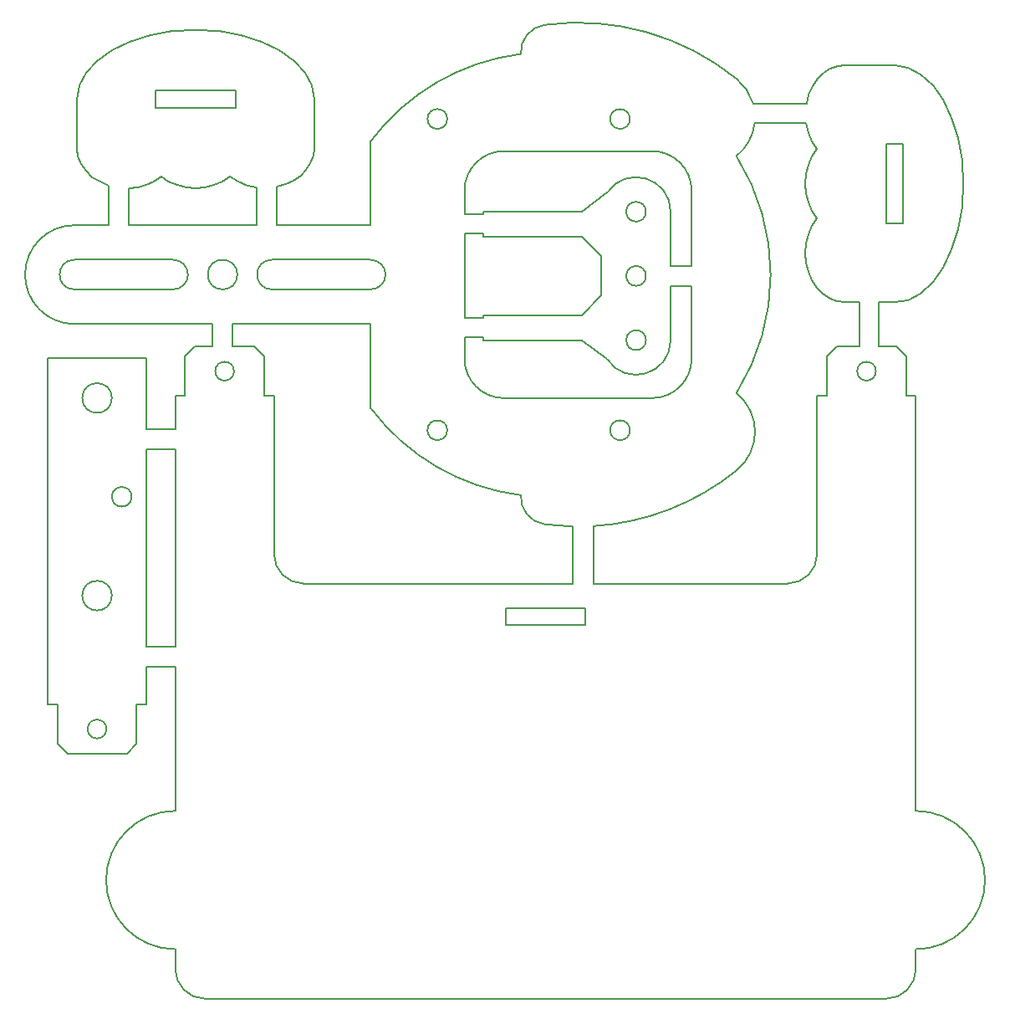
<source format=gm1>
G04 #@! TF.GenerationSoftware,KiCad,Pcbnew,(6.0.7)*
G04 #@! TF.CreationDate,2023-02-20T20:30:12+09:00*
G04 #@! TF.ProjectId,mirubo,6d697275-626f-42e6-9b69-6361645f7063,rev?*
G04 #@! TF.SameCoordinates,Original*
G04 #@! TF.FileFunction,Profile,NP*
%FSLAX46Y46*%
G04 Gerber Fmt 4.6, Leading zero omitted, Abs format (unit mm)*
G04 Created by KiCad (PCBNEW (6.0.7)) date 2023-02-20 20:30:12*
%MOMM*%
%LPD*%
G01*
G04 APERTURE LIST*
G04 #@! TA.AperFunction,Profile*
%ADD10C,0.200000*%
G04 #@! TD*
G04 APERTURE END LIST*
D10*
X54587809Y-71833453D02*
G75*
G03*
X54587809Y-71833453I-1500000J0D01*
G01*
X66956689Y-69117732D02*
G75*
G03*
X66956689Y-69117732I-950000J0D01*
G01*
X119511247Y-42012505D02*
G75*
G03*
X117863431Y-39542706I-4805547J-1421595D01*
G01*
X125553163Y-40273677D02*
X125175052Y-41105689D01*
X80795986Y-45843901D02*
X80795986Y-54343901D01*
X67116513Y-42441244D02*
X59016513Y-42441244D01*
X56284548Y-50587439D02*
X56284548Y-54343901D01*
X51948879Y-48860353D02*
X52598295Y-49472518D01*
X125483693Y-52894613D02*
X125969574Y-53648021D01*
X124826235Y-57181356D02*
X124907624Y-58152064D01*
X74977246Y-47343712D02*
X75066513Y-46591244D01*
X134676146Y-54198021D02*
X132976146Y-54198021D01*
X69284549Y-50542024D02*
X69284549Y-54343901D01*
X139646433Y-56814864D02*
X140293302Y-54740223D01*
X127330061Y-38510920D02*
X126650768Y-38952091D01*
X69284549Y-54343901D02*
X56284548Y-54343901D01*
X94295986Y-71843901D02*
X109295986Y-71843901D01*
X67295986Y-59343901D02*
G75*
G03*
X67295986Y-59343901I-1500000J0D01*
G01*
X138775893Y-41662740D02*
X137715137Y-40170386D01*
X71551794Y-36641496D02*
X69733355Y-35770957D01*
X124901066Y-51111209D02*
X125123020Y-52038316D01*
X80795986Y-60843899D02*
G75*
G03*
X80795986Y-57843901I14J1499999D01*
G01*
X72175052Y-50218171D02*
X72990266Y-49836096D01*
X113295999Y-50843901D02*
G75*
G03*
X109295986Y-46843901I-3999999J1D01*
G01*
X90295986Y-63712497D02*
X90295986Y-55212497D01*
X92170471Y-53212497D02*
X90295986Y-53212497D01*
X71284549Y-54343901D02*
X71284549Y-50470740D01*
X58087809Y-75012502D02*
X58087809Y-67833453D01*
X51167241Y-47390097D02*
X51465367Y-48156763D01*
X103387750Y-84794166D02*
G75*
G03*
X117863270Y-79145226I-1591750J25450266D01*
G01*
X117832708Y-71337782D02*
G75*
G03*
X117832709Y-47350019I-19036728J11993882D01*
G01*
X133826146Y-38148021D02*
X128826146Y-38148021D01*
X92170471Y-55480700D02*
X102170471Y-55480700D01*
X50795986Y-57843899D02*
G75*
G03*
X50795986Y-60843901I14J-1500001D01*
G01*
X140691643Y-52489105D02*
X140826146Y-50148021D01*
X125483693Y-47401430D02*
X125123020Y-48257727D01*
X71006689Y-71617732D02*
X71006689Y-87617732D01*
X64006689Y-132617732D02*
X133006689Y-132617732D01*
X136006689Y-113617732D02*
X136006689Y-71617732D01*
X123006689Y-90617689D02*
G75*
G03*
X126006689Y-87617732I11J2999989D01*
G01*
X107045989Y-43593901D02*
G75*
G03*
X107045989Y-43593901I-1000000J0D01*
G01*
X135006689Y-71617732D02*
X135006689Y-67617732D01*
X88545989Y-75093901D02*
G75*
G03*
X88545989Y-75093901I-1000000J0D01*
G01*
X104741899Y-67897330D02*
X102170471Y-65980700D01*
X137715137Y-60125657D02*
X138775893Y-58633303D01*
X56587809Y-81833453D02*
G75*
G03*
X56587809Y-81833453I-1000000J0D01*
G01*
X108670471Y-65980700D02*
G75*
G03*
X108670471Y-65980700I-1000000J0D01*
G01*
X88545989Y-43593901D02*
G75*
G03*
X88545989Y-43593901I-1000000J0D01*
G01*
X126051148Y-39546939D02*
X125553163Y-40273677D01*
X58087809Y-97012503D02*
X58087809Y-77012502D01*
X70795986Y-60843901D02*
X80795986Y-60843901D01*
X104170471Y-61480700D02*
X102170471Y-63480700D01*
X61006689Y-77012502D02*
X61006689Y-97012503D01*
X137715137Y-40170386D02*
X136504930Y-39061467D01*
X102170471Y-65980700D02*
X92170471Y-65980700D01*
X59566513Y-49447815D02*
X60319921Y-49933697D01*
X51066513Y-46591244D02*
X51167241Y-47390097D01*
X61006689Y-127617732D02*
X61006689Y-129617732D01*
X59016513Y-40741244D02*
X67116513Y-40741244D01*
X80795986Y-72843901D02*
X80795986Y-64343901D01*
X71284549Y-50470740D02*
X72175052Y-50218171D01*
X125123020Y-52038316D02*
X125483693Y-52894613D01*
X111170524Y-52980700D02*
G75*
G03*
X104741899Y-51064071I-3500024J0D01*
G01*
X140826146Y-50148021D02*
X140691643Y-47806938D01*
X125138328Y-59084513D02*
X125509556Y-59943172D01*
X52598295Y-49472518D02*
X53387450Y-49968592D01*
X58087809Y-67833453D02*
X48087809Y-67833453D01*
X58087809Y-77012502D02*
X61006689Y-77012502D01*
X66784549Y-64343901D02*
X66784549Y-66617732D01*
X124886385Y-44012502D02*
X119683595Y-44012502D01*
X69733355Y-35770957D02*
X67658714Y-35124087D01*
X51465367Y-48156763D02*
X51948879Y-48860353D01*
X48087809Y-67833453D02*
X48087809Y-102833453D01*
X65813104Y-49933697D02*
X66566513Y-49447815D01*
X70795986Y-57843899D02*
G75*
G03*
X70795986Y-60843901I14J-1500001D01*
G01*
X132284550Y-62148021D02*
X133826146Y-62148021D01*
X111170471Y-58512502D02*
X111170471Y-52980700D01*
X72990266Y-49836096D02*
X73701083Y-49338158D01*
X126650768Y-38952091D02*
X126051148Y-39546939D01*
X94295986Y-46843901D02*
X109295986Y-46843901D01*
X51979958Y-38912460D02*
X51297089Y-40225612D01*
X139646433Y-43481179D02*
X138775893Y-41662740D01*
X74153067Y-38912460D02*
X73044148Y-37702252D01*
X92170471Y-63480700D02*
X92170471Y-63712497D01*
X92170471Y-52980700D02*
X92170471Y-53212497D01*
X94295986Y-46843886D02*
G75*
G03*
X90295986Y-50843901I14J-4000014D01*
G01*
X98425823Y-34067575D02*
G75*
G03*
X96000536Y-37018233I370177J-2776325D01*
G01*
X113295986Y-67843901D02*
X113295986Y-60512502D01*
X54284548Y-54343901D02*
X50795986Y-54343901D01*
X56284548Y-50587439D02*
X57189671Y-50489019D01*
X123006689Y-90617732D02*
X103387750Y-90617732D01*
X92170471Y-55212497D02*
X92170471Y-55480700D01*
X125969574Y-46648021D02*
X125483693Y-47401430D01*
X59016513Y-42441244D02*
X59016513Y-40741244D01*
X61006689Y-71617732D02*
X61006689Y-75012502D01*
X98426096Y-84620248D02*
G75*
G03*
X101284549Y-84838771I3369804J25274948D01*
G01*
X126612187Y-61312302D02*
X127301574Y-61770602D01*
X67116513Y-40741244D02*
X67116513Y-42441244D01*
X108670471Y-52980700D02*
G75*
G03*
X108670471Y-52980700I-1000000J0D01*
G01*
X132976146Y-46098021D02*
X134676146Y-46098021D01*
X132284550Y-62148021D02*
X132284550Y-66617732D01*
X53088877Y-37702252D02*
X51979958Y-38912460D01*
X113295986Y-50843901D02*
X113295986Y-58512502D01*
X128049054Y-62052759D02*
X128826146Y-62148021D01*
X128826146Y-38148021D02*
X128064149Y-38239585D01*
X64784549Y-66617732D02*
X64784549Y-64343901D01*
X68290375Y-50330363D02*
X69284549Y-50542024D01*
X64784549Y-66617732D02*
X63006689Y-66617732D01*
X63066513Y-50591244D02*
X64029701Y-50516324D01*
X60795986Y-60843899D02*
G75*
G03*
X60795986Y-57843901I14J1499999D01*
G01*
X92170471Y-63712497D02*
X90295986Y-63712497D01*
X102506689Y-94767732D02*
X94506689Y-94767732D01*
X117863436Y-39542699D02*
G75*
G03*
X98425825Y-34067588I-16067436J-19801201D01*
G01*
X90295986Y-65712497D02*
X90295986Y-67843901D01*
X140691643Y-47806938D02*
X140293302Y-45555820D01*
X130284550Y-66617732D02*
X130284550Y-62148021D01*
X75066513Y-46591244D02*
X75066513Y-41591244D01*
X128006689Y-66617732D02*
X127006689Y-67617732D01*
X64956807Y-50294370D02*
X65813104Y-49933697D01*
X111170471Y-60512502D02*
X111170471Y-65980700D01*
X133826146Y-62148021D02*
X135191778Y-61917445D01*
X113295986Y-60512502D02*
X111170471Y-60512502D01*
X51297089Y-40225612D02*
X51066513Y-41591244D01*
X69006689Y-66617732D02*
X70006689Y-67617732D01*
X61176218Y-50294370D02*
X62103325Y-50516324D01*
X117863267Y-79145222D02*
G75*
G03*
X117832709Y-71337782I-3157367J3891422D01*
G01*
X102170471Y-63480700D02*
X92170471Y-63480700D01*
X125175052Y-41105689D02*
X124930664Y-42012502D01*
X54581231Y-36641496D02*
X53088877Y-37702252D01*
X128826146Y-62148021D02*
X130284550Y-62148021D01*
X56399670Y-35770957D02*
X54581231Y-36641496D01*
X54037809Y-105333453D02*
G75*
G03*
X54037809Y-105333453I-950000J0D01*
G01*
X57189671Y-50489019D02*
X58057309Y-50260509D01*
X132976146Y-54198021D02*
X132976146Y-46098021D01*
X127301574Y-61770602D02*
X128049054Y-62052759D01*
X58474311Y-35124087D02*
X56399670Y-35770957D01*
X96000535Y-37018223D02*
G75*
G03*
X80795986Y-45843901I2795465J-22325677D01*
G01*
X90295999Y-67843901D02*
G75*
G03*
X94295986Y-71843901I4000001J1D01*
G01*
X67658714Y-35124087D02*
X65407596Y-34725747D01*
X74835936Y-40225612D02*
X74153067Y-38912460D01*
X67371394Y-49960406D02*
X68290375Y-50330363D01*
X73701083Y-49338158D02*
X74282120Y-48742136D01*
X104170471Y-57480700D02*
X104170471Y-61480700D01*
X61006689Y-113617728D02*
G75*
G03*
X61006689Y-127617732I1J-7000002D01*
G01*
X134676146Y-46098021D02*
X134676146Y-54198021D01*
X92170471Y-65712497D02*
X90295986Y-65712497D01*
X74712632Y-48069313D02*
X74977246Y-47343712D01*
X66566512Y-49447815D02*
X67371394Y-49960406D01*
X61006689Y-97012503D02*
X58087809Y-97012503D01*
X125103108Y-44976183D02*
X125469060Y-45866586D01*
X58087809Y-102833453D02*
X58087809Y-99012503D01*
X125123020Y-48257727D02*
X124901066Y-49184833D01*
X125969575Y-53648021D02*
X125480035Y-54408398D01*
X135006689Y-67617732D02*
X134006689Y-66617732D01*
X138775893Y-58633303D02*
X139646433Y-56814864D01*
X54284548Y-54343901D02*
X54284548Y-50328589D01*
X90295986Y-53212497D02*
X90295986Y-50843901D01*
X136006689Y-71617732D02*
X135006689Y-71617732D01*
X102170471Y-55480700D02*
X104170471Y-57480700D01*
X127006689Y-67617732D02*
X127006689Y-71617732D01*
X131956689Y-69117732D02*
G75*
G03*
X131956689Y-69117732I-950000J0D01*
G01*
X60319921Y-49933697D02*
X61176218Y-50294370D01*
X48087809Y-102833453D02*
X49087809Y-102833454D01*
X136504930Y-61234576D02*
X137715137Y-60125657D01*
X51066513Y-41591244D02*
X51066513Y-46591244D01*
X49087809Y-106833452D02*
X50087809Y-107833452D01*
X62103325Y-50516324D02*
X63066513Y-50591244D01*
X56087809Y-107833452D02*
X57087809Y-106833452D01*
X49087809Y-102833454D02*
X49087809Y-106833452D01*
X101284549Y-90617732D02*
X101284549Y-84838771D01*
X109295986Y-71843886D02*
G75*
G03*
X113295986Y-67843901I14J3999986D01*
G01*
X140293302Y-54740223D02*
X140691643Y-52489105D01*
X136006689Y-127617728D02*
G75*
G03*
X136006689Y-113617732I1J6999998D01*
G01*
X58858502Y-49909537D02*
X59566513Y-49447815D01*
X96000548Y-81669570D02*
G75*
G03*
X98426096Y-84620250I2795452J-174330D01*
G01*
X65407596Y-34725747D02*
X63066513Y-34591244D01*
X125117999Y-55273167D02*
X124897262Y-56209378D01*
X140293302Y-45555820D02*
X139646433Y-43481179D01*
X94506689Y-94767732D02*
X94506689Y-93067732D01*
X58057309Y-50260509D02*
X58858502Y-49909537D01*
X60795986Y-57843901D02*
X50795986Y-57843901D01*
X80795986Y-57843901D02*
X70795986Y-57843901D01*
X103387750Y-90617732D02*
X103387750Y-84794172D01*
X50087809Y-107833452D02*
X56087809Y-107833452D01*
X61006689Y-99012503D02*
X58087809Y-99012503D01*
X50795986Y-60843901D02*
X60795986Y-60843901D01*
X107045989Y-75093901D02*
G75*
G03*
X107045989Y-75093901I-1000000J0D01*
G01*
X119511258Y-42012502D02*
X124930664Y-42012502D01*
X94506689Y-93067732D02*
X102506689Y-93067732D01*
X124886385Y-44012502D02*
X125103108Y-44976183D01*
X62006689Y-67617732D02*
X62006689Y-71617732D01*
X75066513Y-41591244D02*
X74835936Y-40225612D01*
X124901066Y-49184833D02*
X124826146Y-50148021D01*
X61006689Y-99012503D02*
X61006689Y-113617732D01*
X64029701Y-50516324D02*
X64956807Y-50294370D01*
X53387450Y-49968592D02*
X54284548Y-50328589D01*
X124826146Y-50148021D02*
X124901066Y-51111209D01*
X133006689Y-132617689D02*
G75*
G03*
X136006689Y-129617732I11J2999989D01*
G01*
X70006689Y-71617732D02*
X71006689Y-71617732D01*
X135191778Y-38378598D02*
X133826146Y-38148021D01*
X126007163Y-60695321D02*
X126612187Y-61312302D01*
X134006689Y-66617732D02*
X132284550Y-66617732D01*
X80795993Y-72843896D02*
G75*
G03*
X96000536Y-81669569I18000007J13499996D01*
G01*
X90295986Y-55212497D02*
X92170471Y-55212497D01*
X80795986Y-64343901D02*
X66784549Y-64343901D01*
X125509556Y-59943172D02*
X126007163Y-60695321D01*
X63006689Y-66617732D02*
X62006689Y-67617732D01*
X124897262Y-56209378D02*
X124826235Y-57181356D01*
X117832708Y-47350017D02*
G75*
G03*
X119683595Y-44012502I-3126808J3916017D01*
G01*
X136504930Y-39061467D02*
X135191778Y-38378598D01*
X102170471Y-52980700D02*
X92170471Y-52980700D01*
X92170471Y-65980700D02*
X92170471Y-65712497D01*
X61006668Y-129617732D02*
G75*
G03*
X64006689Y-132617732I3000032J32D01*
G01*
X125469060Y-45866586D02*
X125969574Y-46648021D01*
X73044148Y-37702252D02*
X71551794Y-36641496D01*
X74282120Y-48742136D02*
X74712632Y-48069313D01*
X50795986Y-64343901D02*
X64784549Y-64343901D01*
X125480035Y-54408398D02*
X125117999Y-55273167D01*
X74006689Y-90617732D02*
X101284549Y-90617732D01*
X57087809Y-106833452D02*
X57087809Y-102833454D01*
X136006689Y-129617732D02*
X136006689Y-127617732D01*
X66784549Y-66617732D02*
X69006689Y-66617732D01*
X80795986Y-54343901D02*
X71284549Y-54343901D01*
X102506689Y-93067732D02*
X102506689Y-94767732D01*
X60725429Y-34725747D02*
X58474311Y-35124087D01*
X113295986Y-58512502D02*
X111170471Y-58512502D01*
X63066513Y-34591244D02*
X60725429Y-34725747D01*
X124907624Y-58152064D02*
X125138328Y-59084513D01*
X54587809Y-91833453D02*
G75*
G03*
X54587809Y-91833453I-1500000J0D01*
G01*
X104741944Y-67897300D02*
G75*
G03*
X111170471Y-65980700I2928556J1916600D01*
G01*
X108670471Y-59480700D02*
G75*
G03*
X108670471Y-59480700I-1000000J0D01*
G01*
X70006689Y-67617732D02*
X70006689Y-71617732D01*
X50795986Y-54343899D02*
G75*
G03*
X50795986Y-64343901I4J-5000001D01*
G01*
X127006689Y-71617732D02*
X126006689Y-71617732D01*
X126006689Y-71617732D02*
X126006689Y-87617732D01*
X128064149Y-38239585D02*
X127330061Y-38510920D01*
X104741899Y-51064071D02*
X102170471Y-52980700D01*
X57087809Y-102833454D02*
X58087809Y-102833453D01*
X61006689Y-75012502D02*
X58087809Y-75012502D01*
X62006689Y-71617732D02*
X61006689Y-71617732D01*
X130284550Y-66617732D02*
X128006689Y-66617732D01*
X135191778Y-61917445D02*
X136504930Y-61234576D01*
X71006668Y-87617732D02*
G75*
G03*
X74006689Y-90617732I3000032J32D01*
G01*
M02*

</source>
